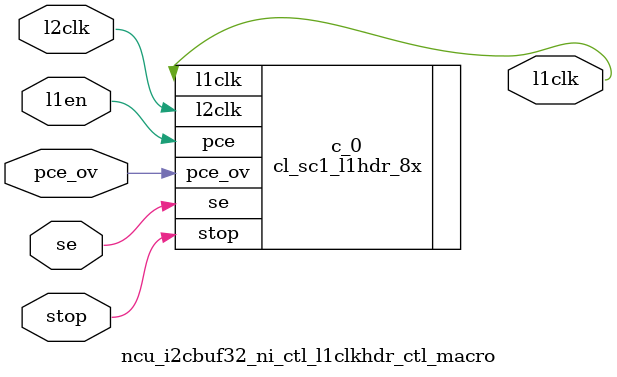
<source format=v>
module ncu_i2cbuf32_ni_ctl (
  iol2clk, 
  scan_in, 
  scan_out, 
  tcu_pce_ov, 
  tcu_clk_stop, 
  tcu_scan_en, 
  tcu_aclk, 
  tcu_bclk, 
  tcu_dbr_gateoff, 
  ucb_iob_vld, 
  ucb_iob_data, 
  iob_ucb_stall, 
  req_ack_obj, 
  req_ack_vld, 
  rd_req_ack_dbl_buf) ;
wire stall_d1_n;
wire stall_d1;
wire vld_d1_ff_scanin;
wire vld_d1_ff_scanout;
wire vld_d1;
wire l1clk;
wire rdy1;
wire data_d1_ff_scanin;
wire data_d1_ff_scanout;
wire [31:0] data_d1;
wire iob_ucb_stall_f;
wire stall_ff_scanin;
wire stall_ff_scanout;
wire iob_ucb_stall_a1;
wire stall_d1_ff_scanin;
wire stall_d1_ff_scanout;
wire rdy0_ff_scanin;
wire rdy0_ff_scanout;
wire rdy0;
wire rdy1_ff_scanin;
wire rdy1_ff_scanout;
wire skid_buf0_en;
wire vld_buf0_ff_scanin;
wire vld_buf0_ff_scanout;
wire vld_buf0;
wire data_buf0_ff_scanin;
wire data_buf0_ff_scanout;
wire [31:0] data_buf0;
wire skid_buf1_en_ff_scanin;
wire skid_buf1_en_ff_scanout;
wire skid_buf1_en;
wire vld_buf1_ff_scanin;
wire vld_buf1_ff_scanout;
wire vld_buf1;
wire data_buf1_ff_scanin;
wire data_buf1_ff_scanout;
wire [31:0] data_buf1;
wire skid_buf0_sel;
wire skid_buf1_sel_ff_scanin;
wire skid_buf1_sel_ff_scanout;
wire skid_buf1_sel;
wire vld_mux;
wire [31:0] data_mux;
wire [3:0] indata_vec_next;
wire [3:0] indata_vec;
wire iob_ucb_stall_a1_;
wire indata_vec_ff_scanin;
wire indata_vec_ff_scanout;
wire [127:0] indata_buf_next;
wire [127:0] indata_buf;
wire indata_buf_ff_scanin;
wire indata_buf_ff_scanout;
wire indata_vec0_d1_ff_scanin;
wire indata_vec0_d1_ff_scanout;
wire indata_vec0_d1;
wire indata_buf_vld;
wire req_ack_pending;
wire req_ack_dbl_buf_full;
wire wr_req_ack_dbl_buf;
wire wr_buf0;
wire buf1_vld;
wire buf0_vld;
wire buf1_older;
wire wr_buf1;
wire rd_buf0;
wire rd_buf1;
wire rd_buf;
wire buf1_older_n;
wire buf1_older_ff_scanin;
wire buf1_older_ff_scanout;
wire en_vld0;
wire en_vld1;
wire buf0_vld_ff_scanin;
wire buf0_vld_ff_scanout;
wire buf1_vld_ff_scanin;
wire buf1_vld_ff_scanout;
wire buf0_obj_ff_scanin;
wire buf0_obj_ff_scanout;
wire [127:0] buf0_obj;
wire buf1_obj_ff_scanin;
wire buf1_obj_ff_scanout;
wire [127:0] buf1_obj;
wire siclk;
wire soclk;
wire se;
wire pce_ov;
wire stop;



   // Global interface
input		iol2clk;
input		scan_in;
output		scan_out;
input		tcu_pce_ov;
input		tcu_clk_stop;
input		tcu_scan_en;
input		tcu_aclk;
input		tcu_bclk;
input 		tcu_dbr_gateoff;


   // UCB interface
input		ucb_iob_vld;
input [31:0]	ucb_iob_data;
output		iob_ucb_stall;

   // i2c slow control/datapath interface
output [127:0]	req_ack_obj;
output		req_ack_vld;
input		rd_req_ack_dbl_buf;

   // Internal signals

/************************************************************
 * Assemble inbound packet
 ************************************************************/
// ucb_bus_in /*#(UCB_BUS_WIDTH)*/ ucb_bus_in 
//				(
//				.clk(iol2clk),
//				.vld(ucb_iob_vld),
//				.data(ucb_iob_data[UCB_BUS_WIDTH-1:0]),
//				.stall(iob_ucb_stall),
//				.indata_buf_vld(indata_buf_vld),
//				.indata_buf(indata_buf[127:0]),
//				.stall_a1(iob_ucb_stall_a1)
//				);
//============================================================
//============================================================
//============================================================
/************************************************************
 * UCB bus interface flops
 * This is to make signals going between IOB and UCB flop-to-flop
 * to improve timing.
 ************************************************************/
assign stall_d1_n = ~stall_d1 ; 
ncu_i2cbuf32_ni_ctl_msff_ctl_macro__en_1__width_1 vld_d1_ff  
				(
				.scan_in(vld_d1_ff_scanin),
				.scan_out(vld_d1_ff_scanout),
				.dout		(vld_d1),
				.l1clk		(l1clk),
				.en		(stall_d1_n&rdy1),
				.din		(ucb_iob_vld),
  .siclk(siclk),
  .soclk(soclk)
				);

ncu_i2cbuf32_ni_ctl_msff_ctl_macro__en_1__width_32 data_d1_ff  
				(
				.scan_in(data_d1_ff_scanin),
				.scan_out(data_d1_ff_scanout),
				.dout		(data_d1[31:0]),
				.l1clk		(l1clk),
				.en		(stall_d1_n),
				.din		(ucb_iob_data[31:0]),
  .siclk(siclk),
  .soclk(soclk)
				);

assign iob_ucb_stall = iob_ucb_stall_f & tcu_dbr_gateoff;
ncu_i2cbuf32_ni_ctl_msff_ctl_macro__width_1 stall_ff 
				(
				.scan_in(stall_ff_scanin),
				.scan_out(stall_ff_scanout),
				.dout		(iob_ucb_stall_f),
				.l1clk		(l1clk),
				.din		(iob_ucb_stall_a1),
  .siclk(siclk),
  .soclk(soclk)
				);

ncu_i2cbuf32_ni_ctl_msff_ctl_macro__width_1 stall_d1_ff 
				(
				.scan_in(stall_d1_ff_scanin),
				.scan_out(stall_d1_ff_scanout),
				.dout		(stall_d1),
				.l1clk		(l1clk),
				.din		(iob_ucb_stall),
  .siclk(siclk),
  .soclk(soclk)
				);


ncu_i2cbuf32_ni_ctl_msff_ctl_macro__width_1 rdy0_ff 
				(
				.scan_in(rdy0_ff_scanin),
				.scan_out(rdy0_ff_scanout),
				.dout		(rdy0),
				.l1clk		(l1clk),
				.din		(1'b1),
  .siclk(siclk),
  .soclk(soclk)
				);

ncu_i2cbuf32_ni_ctl_msff_ctl_macro__width_1 rdy1_ff 
				(
				.scan_in(rdy1_ff_scanin),
				.scan_out(rdy1_ff_scanout),
				.dout		(rdy1),
				.l1clk		(l1clk),
				.din		(rdy0),
  .siclk(siclk),
  .soclk(soclk)
				);

/************************************************************
 * Skid buffer
 * We need a two deep skid buffer to handle stalling.
 ************************************************************/
// Assertion: stall has to be deasserted for more than 1 cycle
//            ie time between two separate stalls has to be
//            at least two cycles.  Otherwise, contents from
//            skid buffer will be lost.

// Buffer 0
assign	skid_buf0_en = iob_ucb_stall_a1 & ~iob_ucb_stall;

ncu_i2cbuf32_ni_ctl_msff_ctl_macro__en_1__width_1 vld_buf0_ff  
				(
				.scan_in(vld_buf0_ff_scanin),
				.scan_out(vld_buf0_ff_scanout),
				.dout		(vld_buf0),
				.l1clk		(l1clk),
				.en		(skid_buf0_en),
				.din		(vld_d1),
  .siclk(siclk),
  .soclk(soclk)
				);

ncu_i2cbuf32_ni_ctl_msff_ctl_macro__en_1__width_32 data_buf0_ff  
				(
				.scan_in(data_buf0_ff_scanin),
				.scan_out(data_buf0_ff_scanout),
				.dout		(data_buf0[31:0]),
				.l1clk		(l1clk),
				.en		(skid_buf0_en),
				.din		(data_d1[31:0]),
  .siclk(siclk),
  .soclk(soclk)
				);

// Buffer 1
ncu_i2cbuf32_ni_ctl_msff_ctl_macro__width_1 skid_buf1_en_ff 
				(
				.scan_in(skid_buf1_en_ff_scanin),
				.scan_out(skid_buf1_en_ff_scanout),
				.dout		(skid_buf1_en),
				.l1clk		(l1clk),
				.din		(skid_buf0_en),
  .siclk(siclk),
  .soclk(soclk)
				);

ncu_i2cbuf32_ni_ctl_msff_ctl_macro__en_1__width_1 vld_buf1_ff  
				(
				.scan_in(vld_buf1_ff_scanin),
				.scan_out(vld_buf1_ff_scanout),
				.dout		(vld_buf1),
				.l1clk		(l1clk),
				.en		(skid_buf1_en),
				.din		(vld_d1),
  .siclk(siclk),
  .soclk(soclk)
				);

ncu_i2cbuf32_ni_ctl_msff_ctl_macro__en_1__width_32 data_buf1_ff  
				(
				.scan_in(data_buf1_ff_scanin),
				.scan_out(data_buf1_ff_scanout),
				.dout		(data_buf1[31:0]),
				.l1clk		(l1clk),
				.en		(skid_buf1_en),
				.din		(data_d1[31:0]),
  .siclk(siclk),
  .soclk(soclk)
				);

/************************************************************
 * Mux between skid buffer and interface flop
 ************************************************************/
// Assertion: stall has to be deasserted for more than 1 cycle
//            ie time between two separate stalls has to be
//            at least two cycles.  Otherwise, contents from
//            skid buffer will be lost.

assign  skid_buf0_sel = ~iob_ucb_stall_a1 & iob_ucb_stall;

ncu_i2cbuf32_ni_ctl_msff_ctl_macro__width_1 skid_buf1_sel_ff 
				(
				.scan_in(skid_buf1_sel_ff_scanin),
				.scan_out(skid_buf1_sel_ff_scanout),
				.dout		(skid_buf1_sel),
				.l1clk		(l1clk),
				.din		(skid_buf0_sel),
  .siclk(siclk),
  .soclk(soclk)
				);

assign  vld_mux = skid_buf0_sel ? vld_buf0 : 
	          skid_buf1_sel ? vld_buf1 : vld_d1;

assign  data_mux[31:0] = skid_buf0_sel ? data_buf0[31:0] : 
			 skid_buf1_sel ? data_buf1[31:0] : data_d1[31:0];

/************************************************************
 * Assemble inbound data
 ************************************************************/
// valid vector
assign  indata_vec_next[3:0] = {vld_mux, indata_vec[3:1]};
assign	iob_ucb_stall_a1_= ~iob_ucb_stall_a1;
ncu_i2cbuf32_ni_ctl_msff_ctl_macro__en_1__width_4 indata_vec_ff  
				(
				.scan_in(indata_vec_ff_scanin),
				.scan_out(indata_vec_ff_scanout),
				.dout		(indata_vec[3:0]),
				.l1clk		(l1clk),
				.en		(iob_ucb_stall_a1_),
				.din		(indata_vec_next[3:0]),
  .siclk(siclk),
  .soclk(soclk)
				);

// data buffer
assign  indata_buf_next[127:0] = {data_mux[31:0], indata_buf[127:32]};
ncu_i2cbuf32_ni_ctl_msff_ctl_macro__en_1__width_128 indata_buf_ff  
				(
				.scan_in(indata_buf_ff_scanin),
				.scan_out(indata_buf_ff_scanout),
				.dout		(indata_buf[127:0]),
				.l1clk		(l1clk),
				.en		(iob_ucb_stall_a1_),
				.din		(indata_buf_next[127:0]),
  .siclk(siclk),
  .soclk(soclk)
				);

// detect a new packet	  
ncu_i2cbuf32_ni_ctl_msff_ctl_macro__en_1__width_1 indata_vec0_d1_ff  
				(
				.scan_in(indata_vec0_d1_ff_scanin),
				.scan_out(indata_vec0_d1_ff_scanout),
				.dout		(indata_vec0_d1),
				.l1clk		(l1clk),
				.en		(iob_ucb_stall_a1_),
				.din		(indata_vec[0]),
  .siclk(siclk),
  .soclk(soclk)
				);

assign  indata_buf_vld = indata_vec[0] & ~indata_vec0_d1;
//============================================================
//============================================================
//============================================================




/************************************************************
 * Decode inbound packet type
 ************************************************************/
// non-interrupt packet
assign	req_ack_pending = indata_buf_vld;

assign	iob_ucb_stall_a1 = (req_ack_pending & req_ack_dbl_buf_full); 

/************************************************************
 * Double buffer to store non-interrupt packets
 ************************************************************/
assign	wr_req_ack_dbl_buf = req_ack_pending & ~req_ack_dbl_buf_full;

/* dbl_buf /*#(128) req_ack_dbl_buf (
			 .clk(iol2clk),
			 .wr(wr_req_ack_dbl_buf),
			 .din(indata_buf[127:0]),
			 .rd(rd_req_ack_dbl_buf),
			 .dout(req_ack_obj[127:0]),
			 .vld(req_ack_vld),
			 .full(req_ack_dbl_buf_full));
*/
//============================================================
//============================================================
//============================================================

// if both entries are empty, write to entry pointed to by the older pointer
assign	wr_buf0 = wr_req_ack_dbl_buf & (buf1_vld | (~buf0_vld & ~buf1_older));
assign	wr_buf1 = wr_req_ack_dbl_buf & (buf0_vld | (~buf1_vld & buf1_older));

// read from the older entry
assign	rd_buf0 = rd_req_ack_dbl_buf & ~buf1_older;
assign	rd_buf1 = rd_req_ack_dbl_buf &  buf1_older;

// flip older pointer when an entry is read
assign	rd_buf = rd_req_ack_dbl_buf & (buf0_vld | buf1_vld);
assign	buf1_older_n = ~buf1_older;
ncu_i2cbuf32_ni_ctl_msff_ctl_macro__en_1__width_1 buf1_older_ff  
				(
				.scan_in(buf1_older_ff_scanin),
				.scan_out(buf1_older_ff_scanout),
				.dout		(buf1_older),
				.l1clk		(l1clk),
				.en		(rd_buf),
				.din		(buf1_older_n),
  .siclk(siclk),
  .soclk(soclk)
				);

// set valid bit for writes and reset for reads
assign	en_vld0 = wr_buf0 | rd_buf0;
assign	en_vld1 = wr_buf1 | rd_buf1;

// the actual buffers
ncu_i2cbuf32_ni_ctl_msff_ctl_macro__en_1__width_1 buf0_vld_ff  
				(
				.scan_in(buf0_vld_ff_scanin),
				.scan_out(buf0_vld_ff_scanout),
				.dout		(buf0_vld),
				.l1clk		(l1clk),
				.en		(en_vld0),
				.din		(wr_buf0),
  .siclk(siclk),
  .soclk(soclk)
				);

ncu_i2cbuf32_ni_ctl_msff_ctl_macro__en_1__width_1 buf1_vld_ff  
				(
				.scan_in(buf1_vld_ff_scanin),
				.scan_out(buf1_vld_ff_scanout),
				.dout		(buf1_vld),
				.l1clk		(l1clk),
				.en		(en_vld1),
				.din		(wr_buf1),
  .siclk(siclk),
  .soclk(soclk)
				);

ncu_i2cbuf32_ni_ctl_msff_ctl_macro__en_1__width_128 buf0_obj_ff  
				(
				.scan_in(buf0_obj_ff_scanin),
				.scan_out(buf0_obj_ff_scanout),
				.dout		(buf0_obj[127:0]),
				.l1clk		(l1clk),
				.en		(wr_buf0),
				.din		(indata_buf[127:0]),
  .siclk(siclk),
  .soclk(soclk)
				);

ncu_i2cbuf32_ni_ctl_msff_ctl_macro__en_1__width_128 buf1_obj_ff  
				(
				.scan_in(buf1_obj_ff_scanin),
				.scan_out(buf1_obj_ff_scanout),
				.dout		(buf1_obj[127:0]),
				.l1clk		(l1clk),
				.en		(wr_buf1),
				.din		(indata_buf[127:0]),
  .siclk(siclk),
  .soclk(soclk)
				);

// mux out the older entry
assign	req_ack_obj[127:0] = (buf1_older) ? buf1_obj[127:0] : buf0_obj[127:0] ;

assign	req_ack_vld = buf0_vld | buf1_vld;
assign	req_ack_dbl_buf_full = buf0_vld & buf1_vld;
//============================================================
//============================================================
//============================================================

	  


/**** adding clock header ****/
ncu_i2cbuf32_ni_ctl_l1clkhdr_ctl_macro clkgen (
				.l2clk	(iol2clk),
				.l1en	(1'b1),
				.l1clk	(l1clk),
  .pce_ov(pce_ov),
  .stop(stop),
  .se(se)
				);

/*** building tcu port ***/
assign	siclk = tcu_aclk;
assign	soclk = tcu_bclk;
assign	   se = tcu_scan_en;
assign	pce_ov = tcu_pce_ov;
assign	stop = tcu_clk_stop;

// fixscan start:
assign vld_d1_ff_scanin          = scan_in                  ;
assign data_d1_ff_scanin         = vld_d1_ff_scanout        ;
assign stall_ff_scanin           = data_d1_ff_scanout       ;
assign stall_d1_ff_scanin        = stall_ff_scanout         ;
assign rdy0_ff_scanin            = stall_d1_ff_scanout      ;
assign rdy1_ff_scanin            = rdy0_ff_scanout          ;
assign vld_buf0_ff_scanin        = rdy1_ff_scanout          ;
assign data_buf0_ff_scanin       = vld_buf0_ff_scanout      ;
assign skid_buf1_en_ff_scanin    = data_buf0_ff_scanout     ;
assign vld_buf1_ff_scanin        = skid_buf1_en_ff_scanout  ;
assign data_buf1_ff_scanin       = vld_buf1_ff_scanout      ;
assign skid_buf1_sel_ff_scanin   = data_buf1_ff_scanout     ;
assign indata_vec_ff_scanin      = skid_buf1_sel_ff_scanout ;
assign indata_buf_ff_scanin      = indata_vec_ff_scanout    ;
assign indata_vec0_d1_ff_scanin  = indata_buf_ff_scanout    ;
assign buf1_older_ff_scanin      = indata_vec0_d1_ff_scanout;
assign buf0_vld_ff_scanin        = buf1_older_ff_scanout    ;
assign buf1_vld_ff_scanin        = buf0_vld_ff_scanout      ;
assign buf0_obj_ff_scanin        = buf1_vld_ff_scanout      ;
assign buf1_obj_ff_scanin        = buf0_obj_ff_scanout      ;
assign scan_out                  = buf1_obj_ff_scanout      ;
// fixscan end:
endmodule // i2c_buf








// any PARAMS parms go into naming of macro

module ncu_i2cbuf32_ni_ctl_msff_ctl_macro__en_1__width_1 (
  din, 
  en, 
  l1clk, 
  scan_in, 
  siclk, 
  soclk, 
  dout, 
  scan_out);
wire [0:0] fdin;

  input [0:0] din;
  input en;
  input l1clk;
  input scan_in;


  input siclk;
  input soclk;

  output [0:0] dout;
  output scan_out;
assign fdin[0:0] = (din[0:0] & {1{en}}) | (dout[0:0] & ~{1{en}});






dff /*#(1)*/  d0_0 (
.l1clk(l1clk),
.siclk(siclk),
.soclk(soclk),
.d(fdin[0:0]),
.si(scan_in),
.so(scan_out),
.q(dout[0:0])
);












endmodule













// any PARAMS parms go into naming of macro

module ncu_i2cbuf32_ni_ctl_msff_ctl_macro__en_1__width_32 (
  din, 
  en, 
  l1clk, 
  scan_in, 
  siclk, 
  soclk, 
  dout, 
  scan_out);
wire [31:0] fdin;
wire [30:0] so;

  input [31:0] din;
  input en;
  input l1clk;
  input scan_in;


  input siclk;
  input soclk;

  output [31:0] dout;
  output scan_out;
assign fdin[31:0] = (din[31:0] & {32{en}}) | (dout[31:0] & ~{32{en}});






dff /*#(32)*/  d0_0 (
.l1clk(l1clk),
.siclk(siclk),
.soclk(soclk),
.d(fdin[31:0]),
.si({scan_in,so[30:0]}),
.so({so[30:0],scan_out}),
.q(dout[31:0])
);












endmodule













// any PARAMS parms go into naming of macro

module ncu_i2cbuf32_ni_ctl_msff_ctl_macro__width_1 (
  din, 
  l1clk, 
  scan_in, 
  siclk, 
  soclk, 
  dout, 
  scan_out);
wire [0:0] fdin;

  input [0:0] din;
  input l1clk;
  input scan_in;


  input siclk;
  input soclk;

  output [0:0] dout;
  output scan_out;
assign fdin[0:0] = din[0:0];






dff /*#(1)*/  d0_0 (
.l1clk(l1clk),
.siclk(siclk),
.soclk(soclk),
.d(fdin[0:0]),
.si(scan_in),
.so(scan_out),
.q(dout[0:0])
);












endmodule













// any PARAMS parms go into naming of macro

module ncu_i2cbuf32_ni_ctl_msff_ctl_macro__en_1__width_4 (
  din, 
  en, 
  l1clk, 
  scan_in, 
  siclk, 
  soclk, 
  dout, 
  scan_out);
wire [3:0] fdin;
wire [2:0] so;

  input [3:0] din;
  input en;
  input l1clk;
  input scan_in;


  input siclk;
  input soclk;

  output [3:0] dout;
  output scan_out;
assign fdin[3:0] = (din[3:0] & {4{en}}) | (dout[3:0] & ~{4{en}});






dff /*#(4)*/  d0_0 (
.l1clk(l1clk),
.siclk(siclk),
.soclk(soclk),
.d(fdin[3:0]),
.si({scan_in,so[2:0]}),
.so({so[2:0],scan_out}),
.q(dout[3:0])
);












endmodule













// any PARAMS parms go into naming of macro

module ncu_i2cbuf32_ni_ctl_msff_ctl_macro__en_1__width_128 (
  din, 
  en, 
  l1clk, 
  scan_in, 
  siclk, 
  soclk, 
  dout, 
  scan_out);
wire [127:0] fdin;
wire [126:0] so;

  input [127:0] din;
  input en;
  input l1clk;
  input scan_in;


  input siclk;
  input soclk;

  output [127:0] dout;
  output scan_out;
assign fdin[127:0] = (din[127:0] & {128{en}}) | (dout[127:0] & ~{128{en}});






dff /*#(128)*/  d0_0 (
.l1clk(l1clk),
.siclk(siclk),
.soclk(soclk),
.d(fdin[127:0]),
.si({scan_in,so[126:0]}),
.so({so[126:0],scan_out}),
.q(dout[127:0])
);












endmodule













// any PARAMS parms go into naming of macro

module ncu_i2cbuf32_ni_ctl_l1clkhdr_ctl_macro (
  l2clk, 
  l1en, 
  pce_ov, 
  stop, 
  se, 
  l1clk);


  input l2clk;
  input l1en;
  input pce_ov;
  input stop;
  input se;
  output l1clk;



 

cl_sc1_l1hdr_8x c_0 (


   .l2clk(l2clk),
   .pce(l1en),
   .l1clk(l1clk),
  .se(se),
  .pce_ov(pce_ov),
  .stop(stop)
);



endmodule









</source>
